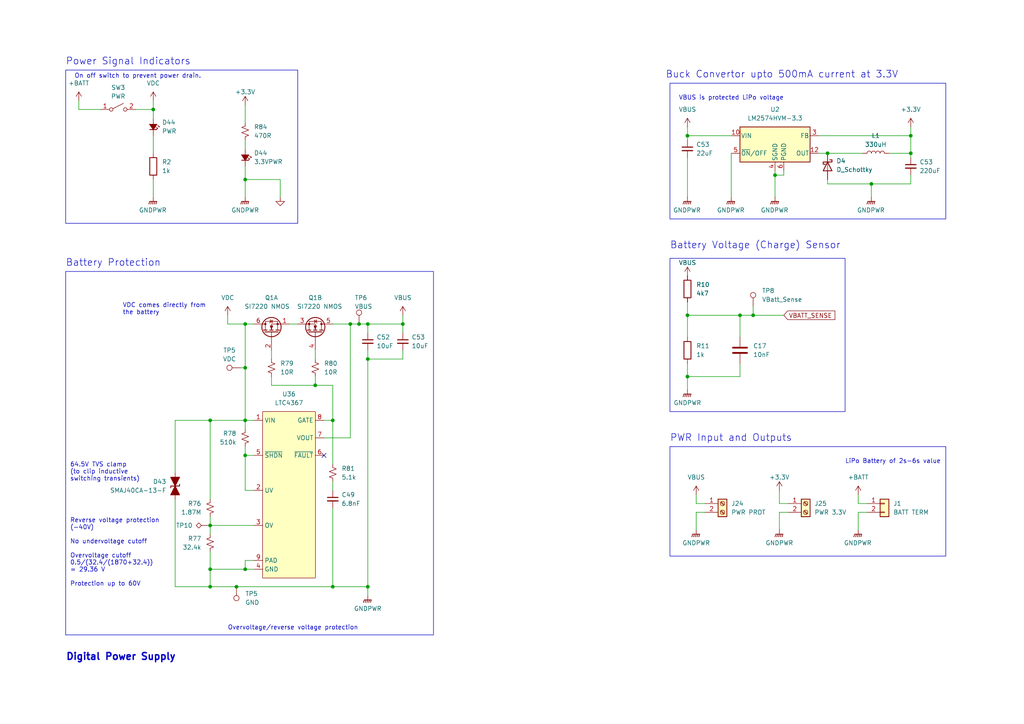
<source format=kicad_sch>
(kicad_sch (version 20230121) (generator eeschema)
  (paper "A4")
  (lib_symbols
    (symbol "Connector:Screw_Terminal_01x02" (pin_names (offset 1.016) hide)
      (property "Reference" "J" (at 0 2.54 0))
      (property "Value" "Screw_Terminal_01x02" (at 0 -5.08 0))
      (symbol "Screw_Terminal_01x02_1_1"
        (rectangle (start -1.27 1.27) (end 1.27 -3.81) (stroke (width 0.254)) (fill (type background)))
        (circle (center 0 -2.54) (radius 0.635) (stroke (width 0.1524)))
        (polyline (pts (xy -0.5334 -2.2098) (xy 0.3302 -3.048)) (stroke (width 0.1524)))
        (polyline (pts (xy -0.5334 0.3302) (xy 0.3302 -0.508)) (stroke (width 0.1524)))
        (polyline (pts (xy -0.3556 -2.032) (xy 0.508 -2.8702)) (stroke (width 0.1524)))
        (polyline (pts (xy -0.3556 0.508) (xy 0.508 -0.3302)) (stroke (width 0.1524)))
        (circle (center 0 0) (radius 0.635) (stroke (width 0.1524)))
        (pin passive line (at -5.08 0 0) (length 3.81) (name "Pin_1") (number "1"))
        (pin passive line (at -5.08 -2.54 0) (length 3.81) (name "Pin_2") (number "2"))
      )
    )
    (symbol "Connector:TestPoint" (pin_numbers hide) (pin_names (offset 0.762) hide)
      (property "Reference" "TP" (at 0 6.858 0))
      (property "Value" "TestPoint" (at 0 5.08 0))
      (symbol "TestPoint_0_1"
        (circle (center 0 3.302) (radius 0.762))
      )
      (symbol "TestPoint_1_1"
        (pin passive line (at 0 0 90) (length 2.54) (name "1") (number "1"))
      )
    )
    (symbol "Connector:TestPoint_Alt" (pin_numbers hide) (pin_names (offset 0.762) hide)
      (property "Reference" "TP" (at 0 6.858 0))
      (property "Value" "TestPoint_Alt" (at 0 5.08 0))
      (symbol "TestPoint_Alt_0_1"
        (polyline (pts (xy 0 2.54) (xy -0.762 3.302) (xy 0 4.064) (xy 0.762 3.302) (xy 0 2.54)))
      )
      (symbol "TestPoint_Alt_1_1"
        (pin passive line (at 0 0 90) (length 2.54) (name "1") (number "1"))
      )
    )
    (symbol "Connector_Generic:Conn_01x02" (pin_names (offset 1.016) hide)
      (property "Reference" "J" (at 0 2.54 0))
      (property "Value" "Conn_01x02" (at 0 -5.08 0))
      (symbol "Conn_01x02_1_1"
        (rectangle (start -1.27 -2.413) (end 0 -2.667) (stroke (width 0.1524)))
        (rectangle (start -1.27 0.127) (end 0 -0.127) (stroke (width 0.1524)))
        (rectangle (start -1.27 1.27) (end 1.27 -3.81) (stroke (width 0.254)) (fill (type background)))
        (pin passive line (at -5.08 0 0) (length 3.81) (name "Pin_1") (number "1"))
        (pin passive line (at -5.08 -2.54 0) (length 3.81) (name "Pin_2") (number "2"))
      )
    )
    (symbol "Device:C" (pin_numbers hide) (pin_names (offset 0.254))
      (property "Reference" "C" (at 0.635 2.54 0))
      (property "Value" "C" (at 0.635 -2.54 0))
      (symbol "C_0_1"
        (polyline (pts (xy -2.032 -0.762) (xy 2.032 -0.762)) (stroke (width 0.508)))
        (polyline (pts (xy -2.032 0.762) (xy 2.032 0.762)) (stroke (width 0.508)))
      )
      (symbol "C_1_1"
        (pin passive line (at 0 3.81 270) (length 2.794) (name "~") (number "1"))
        (pin passive line (at 0 -3.81 90) (length 2.794) (name "~") (number "2"))
      )
    )
    (symbol "Device:C_Small" (pin_numbers hide) (pin_names (offset 0.254) hide)
      (property "Reference" "C" (at 0.254 1.778 0))
      (property "Value" "C_Small" (at 0.254 -2.032 0))
      (symbol "C_Small_0_1"
        (polyline (pts (xy -1.524 -0.508) (xy 1.524 -0.508)) (stroke (width 0.3302)))
        (polyline (pts (xy -1.524 0.508) (xy 1.524 0.508)) (stroke (width 0.3048)))
      )
      (symbol "C_Small_1_1"
        (pin passive line (at 0 2.54 270) (length 2.032) (name "~") (number "1"))
        (pin passive line (at 0 -2.54 90) (length 2.032) (name "~") (number "2"))
      )
    )
    (symbol "Device:D_Schottky" (pin_numbers hide) (pin_names (offset 1.016) hide)
      (property "Reference" "D" (at 0 2.54 0))
      (property "Value" "D_Schottky" (at 0 -2.54 0))
      (symbol "D_Schottky_0_1"
        (polyline (pts (xy 1.27 0) (xy -1.27 0)))
        (polyline (pts (xy 1.27 1.27) (xy 1.27 -1.27) (xy -1.27 0) (xy 1.27 1.27)) (stroke (width 0.254)))
        (polyline (pts (xy -1.905 0.635) (xy -1.905 1.27) (xy -1.27 1.27) (xy -1.27 -1.27) (xy -0.635 -1.27) (xy -0.635 -0.635)) (stroke (width 0.254)))
      )
      (symbol "D_Schottky_1_1"
        (pin passive line (at -3.81 0 0) (length 2.54) (name "K") (number "1"))
        (pin passive line (at 3.81 0 180) (length 2.54) (name "A") (number "2"))
      )
    )
    (symbol "Device:D_TVS_Filled" (pin_numbers hide) (pin_names (offset 1.016) hide)
      (property "Reference" "D" (at 0 2.54 0))
      (property "Value" "D_TVS_Filled" (at 0 -2.54 0))
      (symbol "D_TVS_Filled_0_1"
        (polyline (pts (xy 1.27 0) (xy -1.27 0)))
        (polyline (pts (xy -2.54 -1.27) (xy 0 0) (xy -2.54 1.27) (xy -2.54 -1.27)) (stroke (width 0.254)) (fill (type outline)))
        (polyline (pts (xy 0.508 1.27) (xy 0 1.27) (xy 0 -1.27) (xy -0.508 -1.27)) (stroke (width 0.254)))
        (polyline (pts (xy 2.54 1.27) (xy 2.54 -1.27) (xy 0 0) (xy 2.54 1.27)) (stroke (width 0.254)) (fill (type outline)))
      )
      (symbol "D_TVS_Filled_1_1"
        (pin passive line (at -3.81 0 0) (length 2.54) (name "A1") (number "1"))
        (pin passive line (at 3.81 0 180) (length 2.54) (name "A2") (number "2"))
      )
    )
    (symbol "Device:L" (pin_numbers hide) (pin_names (offset 1.016) hide)
      (property "Reference" "L" (at -1.27 0 90))
      (property "Value" "L" (at 1.905 0 90))
      (symbol "L_0_1"
        (arc (start 0 -2.54) (mid 0.6323 -1.905) (end 0 -1.27))
        (arc (start 0 -1.27) (mid 0.6323 -0.635) (end 0 0))
        (arc (start 0 0) (mid 0.6323 0.635) (end 0 1.27))
        (arc (start 0 1.27) (mid 0.6323 1.905) (end 0 2.54))
      )
      (symbol "L_1_1"
        (pin passive line (at 0 3.81 270) (length 1.27) (name "1") (number "1"))
        (pin passive line (at 0 -3.81 90) (length 1.27) (name "2") (number "2"))
      )
    )
    (symbol "Device:LED_Small_Filled" (pin_numbers hide) (pin_names (offset 0.254) hide)
      (property "Reference" "D" (at -1.27 3.175 0))
      (property "Value" "LED_Small_Filled" (at -4.445 -2.54 0))
      (symbol "LED_Small_Filled_0_1"
        (polyline (pts (xy -0.762 -1.016) (xy -0.762 1.016)) (stroke (width 0.254)))
        (polyline (pts (xy 1.016 0) (xy -0.762 0)))
        (polyline (pts (xy 0.762 -1.016) (xy -0.762 0) (xy 0.762 1.016) (xy 0.762 -1.016)) (stroke (width 0.254)) (fill (type outline)))
        (polyline (pts (xy 0 0.762) (xy -0.508 1.27) (xy -0.254 1.27) (xy -0.508 1.27) (xy -0.508 1.016)))
        (polyline (pts (xy 0.508 1.27) (xy 0 1.778) (xy 0.254 1.778) (xy 0 1.778) (xy 0 1.524)))
      )
      (symbol "LED_Small_Filled_1_1"
        (pin passive line (at -2.54 0 0) (length 1.778) (name "K") (number "1"))
        (pin passive line (at 2.54 0 180) (length 1.778) (name "A") (number "2"))
      )
    )
    (symbol "Device:Q_Dual_NMOS_S1G1S2G2D2D2D1D1" (pin_names (offset 0) hide)
      (property "Reference" "Q1" (at 0 10.16 90))
      (property "Value" "SI7220 NMOS" (at 1.27 7.62 90))
      (symbol "Q_Dual_NMOS_S1G1S2G2D2D2D1D1_0_1"
        (polyline (pts (xy 0.254 0) (xy -2.54 0)))
        (polyline (pts (xy 0.254 1.905) (xy 0.254 -1.905)) (stroke (width 0.254)))
        (polyline (pts (xy 0.762 -1.27) (xy 0.762 -2.286)) (stroke (width 0.254)))
        (polyline (pts (xy 0.762 0.508) (xy 0.762 -0.508)) (stroke (width 0.254)))
        (polyline (pts (xy 0.762 2.286) (xy 0.762 1.27)) (stroke (width 0.254)))
        (polyline (pts (xy 2.54 2.54) (xy 2.54 1.778)))
        (polyline (pts (xy 2.54 -2.54) (xy 2.54 0) (xy 0.762 0)))
        (polyline (pts (xy 0.762 -1.778) (xy 3.302 -1.778) (xy 3.302 1.778) (xy 0.762 1.778)))
        (polyline (pts (xy 1.016 0) (xy 2.032 0.381) (xy 2.032 -0.381) (xy 1.016 0)) (fill (type outline)))
        (polyline (pts (xy 2.794 0.508) (xy 2.921 0.381) (xy 3.683 0.381) (xy 3.81 0.254)))
        (polyline (pts (xy 3.302 0.381) (xy 2.921 -0.254) (xy 3.683 -0.254) (xy 3.302 0.381)))
        (circle (center 1.651 0) (radius 2.794) (stroke (width 0.254)))
        (circle (center 2.54 -1.778) (radius 0.254) (fill (type outline)))
        (circle (center 2.54 1.778) (radius 0.254) (fill (type outline)))
      )
      (symbol "Q_Dual_NMOS_S1G1S2G2D2D2D1D1_1_1"
        (pin passive line (at 2.54 -5.08 90) (length 2.54) (name "S") (number "1"))
        (pin input line (at -5.08 0 0) (length 2.54) (name "G") (number "2"))
        (pin passive line (at 2.54 5.08 270) (length 2.54) (name "D") (number "7"))
      )
      (symbol "Q_Dual_NMOS_S1G1S2G2D2D2D1D1_2_1"
        (pin passive line (at 2.54 -5.08 90) (length 2.54) (name "S") (number "3"))
        (pin input line (at -5.08 0 0) (length 2.54) (name "G") (number "4"))
        (pin passive line (at 2.54 5.08 270) (length 2.54) (name "D") (number "5"))
      )
    )
    (symbol "Device:R" (pin_numbers hide) (pin_names (offset 0))
      (property "Reference" "R" (at 2.032 0 90))
      (property "Value" "R" (at 0 0 90))
      (symbol "R_0_1"
        (rectangle (start -1.016 -2.54) (end 1.016 2.54) (stroke (width 0.254)))
      )
      (symbol "R_1_1"
        (pin passive line (at 0 3.81 270) (length 1.27) (name "~") (number "1"))
        (pin passive line (at 0 -3.81 90) (length 1.27) (name "~") (number "2"))
      )
    )
    (symbol "Device:R_Small_US" (pin_numbers hide) (pin_names (offset 0.254) hide)
      (property "Reference" "R" (at 0.762 0.508 0))
      (property "Value" "R_Small_US" (at 0.762 -1.016 0))
      (symbol "R_Small_US_1_1"
        (polyline (pts (xy 0 0) (xy 1.016 -0.381) (xy 0 -0.762) (xy -1.016 -1.143) (xy 0 -1.524)))
        (polyline (pts (xy 0 1.524) (xy 1.016 1.143) (xy 0 0.762) (xy -1.016 0.381) (xy 0 0)))
        (pin passive line (at 0 2.54 270) (length 1.016) (name "~") (number "1"))
        (pin passive line (at 0 -2.54 90) (length 1.016) (name "~") (number "2"))
      )
    )
    (symbol "Q_Dual_NMOS_S1G1S2G2D2D2D1D1_1" (pin_names (offset 0) hide)
      (property "Reference" "Q1" (at 0 10.16 90))
      (property "Value" "Q_Dual_NMOS_S1G1S2G2D2D2D1D1_1" (at -1.27 7.62 90))
      (symbol "Q_Dual_NMOS_S1G1S2G2D2D2D1D1_1_0_1"
        (polyline (pts (xy 0.254 0) (xy -2.54 0)))
        (polyline (pts (xy 0.254 1.905) (xy 0.254 -1.905)) (stroke (width 0.254)))
        (polyline (pts (xy 0.762 -1.27) (xy 0.762 -2.286)) (stroke (width 0.254)))
        (polyline (pts (xy 0.762 0.508) (xy 0.762 -0.508)) (stroke (width 0.254)))
        (polyline (pts (xy 0.762 2.286) (xy 0.762 1.27)) (stroke (width 0.254)))
        (polyline (pts (xy 2.54 2.54) (xy 2.54 1.778)))
        (polyline (pts (xy 2.54 -2.54) (xy 2.54 0) (xy 0.762 0)))
        (polyline (pts (xy 0.762 -1.778) (xy 3.302 -1.778) (xy 3.302 1.778) (xy 0.762 1.778)))
        (polyline (pts (xy 1.016 0) (xy 2.032 0.381) (xy 2.032 -0.381) (xy 1.016 0)) (fill (type outline)))
        (polyline (pts (xy 2.794 0.508) (xy 2.921 0.381) (xy 3.683 0.381) (xy 3.81 0.254)))
        (polyline (pts (xy 3.302 0.381) (xy 2.921 -0.254) (xy 3.683 -0.254) (xy 3.302 0.381)))
        (circle (center 1.651 0) (radius 2.794) (stroke (width 0.254)))
        (circle (center 2.54 -1.778) (radius 0.254) (fill (type outline)))
        (circle (center 2.54 1.778) (radius 0.254) (fill (type outline)))
      )
      (symbol "Q_Dual_NMOS_S1G1S2G2D2D2D1D1_1_1_1"
        (pin passive line (at 2.54 -5.08 90) (length 2.54) (name "S") (number "1"))
        (pin input line (at -5.08 0 0) (length 2.54) (name "G") (number "2"))
        (pin passive line (at 2.54 5.08 270) (length 2.54) (name "D") (number "6"))
      )
      (symbol "Q_Dual_NMOS_S1G1S2G2D2D2D1D1_1_2_1"
        (pin passive line (at 2.54 -5.08 90) (length 2.54) (name "S") (number "3"))
        (pin input line (at -5.08 0 0) (length 2.54) (name "G") (number "4"))
        (pin passive line (at 2.54 5.08 270) (length 2.54) (name "D") (number "5"))
      )
    )
    (symbol "Regulator_Switching:LM2574HVM-3.3" (pin_names (offset 0.254))
      (property "Reference" "U" (at -10.16 6.35 0))
      (property "Value" "LM2574HVM-3.3" (at -5.08 6.35 0))
      (symbol "LM2574HVM-3.3_0_1"
        (rectangle (start -10.16 5.08) (end 10.16 -5.08) (stroke (width 0.254)) (fill (type background)))
      )
      (symbol "LM2574HVM-3.3_1_1"
        (pin power_in line (at -12.7 2.54 0) (length 2.54) (name "VIN") (number "10"))
        (pin output line (at 12.7 -2.54 180) (length 2.54) (name "OUT") (number "12"))
        (pin input line (at 12.7 2.54 180) (length 2.54) (name "FB") (number "3"))
        (pin power_in line (at 0 -7.62 90) (length 2.54) (name "SGND") (number "4"))
        (pin input line (at -12.7 -2.54 0) (length 2.54) (name "~{ON}/OFF") (number "5"))
        (pin power_in line (at 2.54 -7.62 90) (length 2.54) (name "PGND") (number "6"))
      )
    )
    (symbol "Switch:SW_SPST" (pin_names (offset 0) hide)
      (property "Reference" "SW" (at 0 3.175 0))
      (property "Value" "SW_SPST" (at 0 -2.54 0))
      (symbol "SW_SPST_0_0"
        (circle (center -2.032 0) (radius 0.508))
        (polyline (pts (xy -1.524 0.254) (xy 1.524 1.778)))
        (circle (center 2.032 0) (radius 0.508))
      )
      (symbol "SW_SPST_1_1"
        (pin passive line (at -5.08 0 0) (length 2.54) (name "A") (number "1"))
        (pin passive line (at 5.08 0 180) (length 2.54) (name "B") (number "2"))
      )
    )
    (symbol "interface:LTC4367"
      (property "Reference" "U" (at 0 3.81 0))
      (property "Value" "LTC4367" (at 0 1.27 0))
      (symbol "LTC4367_0_0"
        (pin power_in line (at -10.16 -2.54 0) (length 2.54) (name "VIN") (number "1"))
        (pin input line (at -10.16 -22.86 0) (length 2.54) (name "UV") (number "2"))
        (pin input line (at -10.16 -33.02 0) (length 2.54) (name "OV") (number "3"))
        (pin power_in line (at -10.16 -45.72 0) (length 2.54) (name "GND") (number "4"))
        (pin input line (at -10.16 -12.7 0) (length 2.54) (name "~{SHDN}") (number "5"))
        (pin output line (at 10.16 -12.7 180) (length 2.54) (name "~{FAULT}") (number "6"))
        (pin input line (at 10.16 -7.62 180) (length 2.54) (name "VOUT") (number "7"))
        (pin output line (at 10.16 -2.54 180) (length 2.54) (name "GATE") (number "8"))
        (pin passive line (at -10.16 -43.18 0) (length 2.54) (name "PAD") (number "9"))
      )
      (symbol "LTC4367_0_1"
        (rectangle (start -7.62 0) (end 7.62 -48.26) (fill (type background)))
      )
    )
    (symbol "power:+3.3V" (power) (pin_names (offset 0))
      (property "Value" "+3.3V" (at 0 3.556 0))
      (symbol "+3.3V_0_1"
        (polyline (pts (xy -0.762 1.27) (xy 0 2.54)))
        (polyline (pts (xy 0 0) (xy 0 2.54)))
        (polyline (pts (xy 0 2.54) (xy 0.762 1.27)))
      )
      (symbol "+3.3V_1_1"
        (pin power_in line (at 0 0 90) (length 0) hide (name "+3.3V") (number "1"))
      )
    )
    (symbol "power:+BATT" (power) (pin_names (offset 0))
      (property "Value" "+BATT" (at 0 3.556 0))
      (symbol "+BATT_0_1"
        (polyline (pts (xy -0.762 1.27) (xy 0 2.54)))
        (polyline (pts (xy 0 0) (xy 0 2.54)))
        (polyline (pts (xy 0 2.54) (xy 0.762 1.27)))
      )
      (symbol "+BATT_1_1"
        (pin power_in line (at 0 0 90) (length 0) hide (name "+BATT") (number "1"))
      )
    )
    (symbol "power:GND" (power) (pin_names (offset 0))
      (property "Value" "GND" (at 0 -3.81 0))
      (symbol "GND_0_1"
        (polyline (pts (xy 0 0) (xy 0 -1.27) (xy 1.27 -1.27) (xy 0 -2.54) (xy -1.27 -1.27) (xy 0 -1.27)))
      )
      (symbol "GND_1_1"
        (pin power_in line (at 0 0 270) (length 0) hide (name "GND") (number "1"))
      )
    )
    (symbol "power:GNDPWR" (power) (pin_names (offset 0))
      (property "Value" "GNDPWR" (at 0 -3.302 0))
      (symbol "GNDPWR_0_1"
        (polyline (pts (xy 0 -1.27) (xy 0 0)))
        (polyline (pts (xy -1.016 -1.27) (xy -1.27 -2.032) (xy -1.27 -2.032)) (stroke (width 0.2032)))
        (polyline (pts (xy -0.508 -1.27) (xy -0.762 -2.032) (xy -0.762 -2.032)) (stroke (width 0.2032)))
        (polyline (pts (xy 0 -1.27) (xy -0.254 -2.032) (xy -0.254 -2.032)) (stroke (width 0.2032)))
        (polyline (pts (xy 0.508 -1.27) (xy 0.254 -2.032) (xy 0.254 -2.032)) (stroke (width 0.2032)))
        (polyline (pts (xy 1.016 -1.27) (xy -1.016 -1.27) (xy -1.016 -1.27)) (stroke (width 0.2032)))
        (polyline (pts (xy 1.016 -1.27) (xy 0.762 -2.032) (xy 0.762 -2.032) (xy 0.762 -2.032)) (stroke (width 0.2032)))
      )
      (symbol "GNDPWR_1_1"
        (pin power_in line (at 0 0 270) (length 0) hide (name "GNDPWR") (number "1"))
      )
    )
    (symbol "power:VBUS" (power) (pin_names (offset 0))
      (property "Value" "VBUS" (at 0 3.81 0))
      (symbol "VBUS_0_1"
        (polyline (pts (xy -0.762 1.27) (xy 0 2.54)))
        (polyline (pts (xy 0 0) (xy 0 2.54)))
        (polyline (pts (xy 0 2.54) (xy 0.762 1.27)))
      )
      (symbol "VBUS_1_1"
        (pin power_in line (at 0 0 90) (length 0) hide (name "VBUS") (number "1"))
      )
    )
    (symbol "power:VDC" (power) (pin_names (offset 0))
      (property "Value" "VDC" (at 0 6.35 0))
      (symbol "VDC_0_1"
        (polyline (pts (xy -0.762 1.27) (xy 0 2.54)))
        (polyline (pts (xy 0 0) (xy 0 2.54)))
        (polyline (pts (xy 0 2.54) (xy 0.762 1.27)))
      )
      (symbol "VDC_1_1"
        (pin power_in line (at 0 0 90) (length 0) hide (name "VDC") (number "1"))
      )
    )
  )
  (junction (at 96.52 170.18))
  (junction (at 104.14 93.98))
  (junction (at 91.44 111.76))
  (junction (at 71.12 121.92))
  (junction (at 71.12 132.08))
  (junction (at 101.6 93.98))
  (junction (at 60.96 152.4))
  (junction (at 60.96 121.92))
  (junction (at 106.68 93.98))
  (junction (at 68.58 170.18))
  (junction (at 218.44 91.44))
  (junction (at 264.16 44.45))
  (junction (at 71.12 165.1))
  (junction (at 60.96 170.18))
  (junction (at 224.79 50.8))
  (junction (at 71.12 93.98))
  (junction (at 240.03 44.45))
  (junction (at 71.12 52.07))
  (junction (at 252.73 53.34))
  (junction (at 199.39 39.37))
  (junction (at 96.52 121.92))
  (junction (at 44.45 31.75))
  (junction (at 106.68 170.18))
  (junction (at 71.12 106.68))
  (junction (at 60.96 165.1))
  (junction (at 199.39 91.44))
  (junction (at 199.39 109.22))
  (junction (at 116.84 93.98))
  (junction (at 264.16 39.37))
  (junction (at 106.68 104.14))
  (junction (at 214.63 91.44))
  (no_connect (at 93.98 132.08))
  (wire (pts (xy 226.06 148.59) (xy 228.6 148.59)))
  (wire (pts (xy 218.44 91.44) (xy 227.33 91.44)))
  (wire (pts (xy 264.16 39.37) (xy 264.16 44.45)))
  (wire (pts (xy 71.12 121.92) (xy 73.66 121.92)))
  (wire (pts (xy 252.73 53.34) (xy 240.03 53.34)))
  (wire (pts (xy 227.33 49.53) (xy 227.33 50.8)))
  (wire (pts (xy 240.03 44.45) (xy 250.19 44.45)))
  (wire (pts (xy 71.12 132.08) (xy 71.12 142.24)))
  (wire (pts (xy 116.84 93.98) (xy 116.84 96.52)))
  (wire (pts (xy 214.63 109.22) (xy 199.39 109.22)))
  (wire (pts (xy 50.8 170.18) (xy 60.96 170.18)))
  (wire (pts (xy 60.96 165.1) (xy 60.96 170.18)))
  (wire (pts (xy 106.68 104.14) (xy 106.68 170.18)))
  (wire (pts (xy 199.39 39.37) (xy 199.39 40.64)))
  (wire (pts (xy 248.92 153.67) (xy 248.92 148.59)))
  (wire (pts (xy 237.49 44.45) (xy 240.03 44.45)))
  (wire (pts (xy 60.96 152.4) (xy 73.66 152.4)))
  (wire (pts (xy 78.74 111.76) (xy 91.44 111.76)))
  (wire (pts (xy 60.96 144.78) (xy 60.96 121.92)))
  (wire (pts (xy 264.16 36.83) (xy 264.16 39.37)))
  (wire (pts (xy 93.98 127) (xy 101.6 127)))
  (wire (pts (xy 116.84 91.44) (xy 116.84 93.98)))
  (wire (pts (xy 252.73 53.34) (xy 252.73 57.15)))
  (wire (pts (xy 199.39 36.83) (xy 199.39 39.37)))
  (wire (pts (xy 116.84 101.6) (xy 116.84 104.14)))
  (wire (pts (xy 199.39 109.22) (xy 199.39 105.41)))
  (wire (pts (xy 71.12 129.54) (xy 71.12 132.08)))
  (wire (pts (xy 199.39 113.03) (xy 199.39 109.22)))
  (wire (pts (xy 44.45 39.37) (xy 44.45 44.45)))
  (wire (pts (xy 264.16 53.34) (xy 252.73 53.34)))
  (wire (pts (xy 91.44 109.22) (xy 91.44 111.76)))
  (wire (pts (xy 91.44 101.6) (xy 91.44 104.14)))
  (wire (pts (xy 204.47 146.05) (xy 201.93 146.05)))
  (wire (pts (xy 101.6 93.98) (xy 104.14 93.98)))
  (wire (pts (xy 44.45 29.21) (xy 44.45 31.75)))
  (wire (pts (xy 248.92 146.05) (xy 251.46 146.05)))
  (wire (pts (xy 214.63 105.41) (xy 214.63 109.22)))
  (wire (pts (xy 71.12 106.68) (xy 71.12 121.92)))
  (wire (pts (xy 116.84 104.14) (xy 106.68 104.14)))
  (wire (pts (xy 96.52 121.92) (xy 96.52 134.62)))
  (wire (pts (xy 60.96 149.86) (xy 60.96 152.4)))
  (wire (pts (xy 226.06 148.59) (xy 226.06 153.67)))
  (wire (pts (xy 71.12 30.48) (xy 71.12 35.56)))
  (wire (pts (xy 257.81 44.45) (xy 264.16 44.45)))
  (wire (pts (xy 96.52 121.92) (xy 96.52 111.76)))
  (wire (pts (xy 60.96 160.02) (xy 60.96 165.1)))
  (wire (pts (xy 71.12 162.56) (xy 71.12 165.1)))
  (wire (pts (xy 73.66 162.56) (xy 71.12 162.56)))
  (wire (pts (xy 96.52 93.98) (xy 101.6 93.98)))
  (wire (pts (xy 212.09 44.45) (xy 212.09 57.15)))
  (wire (pts (xy 226.06 142.24) (xy 226.06 146.05)))
  (wire (pts (xy 96.52 142.24) (xy 96.52 139.7)))
  (wire (pts (xy 248.92 143.51) (xy 248.92 146.05)))
  (wire (pts (xy 69.85 106.68) (xy 71.12 106.68)))
  (wire (pts (xy 264.16 44.45) (xy 264.16 45.72)))
  (wire (pts (xy 199.39 91.44) (xy 214.63 91.44)))
  (wire (pts (xy 71.12 132.08) (xy 73.66 132.08)))
  (wire (pts (xy 86.36 93.98) (xy 83.82 93.98)))
  (wire (pts (xy 66.04 91.44) (xy 66.04 93.98)))
  (wire (pts (xy 91.44 111.76) (xy 96.52 111.76)))
  (wire (pts (xy 68.58 170.18) (xy 96.52 170.18)))
  (wire (pts (xy 78.74 109.22) (xy 78.74 111.76)))
  (wire (pts (xy 237.49 39.37) (xy 264.16 39.37)))
  (wire (pts (xy 101.6 93.98) (xy 101.6 127)))
  (wire (pts (xy 22.86 31.75) (xy 29.21 31.75)))
  (wire (pts (xy 116.84 93.98) (xy 106.68 93.98)))
  (wire (pts (xy 106.68 170.18) (xy 96.52 170.18)))
  (wire (pts (xy 73.66 93.98) (xy 71.12 93.98)))
  (wire (pts (xy 224.79 49.53) (xy 224.79 50.8)))
  (wire (pts (xy 60.96 165.1) (xy 71.12 165.1)))
  (wire (pts (xy 50.8 121.92) (xy 50.8 137.16)))
  (wire (pts (xy 201.93 146.05) (xy 201.93 143.51)))
  (wire (pts (xy 44.45 52.07) (xy 44.45 57.15)))
  (wire (pts (xy 214.63 91.44) (xy 218.44 91.44)))
  (wire (pts (xy 81.28 52.07) (xy 81.28 57.15)))
  (wire (pts (xy 71.12 52.07) (xy 81.28 52.07)))
  (wire (pts (xy 199.39 91.44) (xy 199.39 97.79)))
  (wire (pts (xy 44.45 31.75) (xy 39.37 31.75)))
  (wire (pts (xy 106.68 170.18) (xy 106.68 172.72)))
  (wire (pts (xy 199.39 45.72) (xy 199.39 57.15)))
  (wire (pts (xy 50.8 144.78) (xy 50.8 170.18)))
  (wire (pts (xy 93.98 121.92) (xy 96.52 121.92)))
  (wire (pts (xy 44.45 31.75) (xy 44.45 34.29)))
  (wire (pts (xy 71.12 93.98) (xy 71.12 106.68)))
  (wire (pts (xy 240.03 53.34) (xy 240.03 52.07)))
  (wire (pts (xy 96.52 147.32) (xy 96.52 170.18)))
  (wire (pts (xy 214.63 91.44) (xy 214.63 97.79)))
  (wire (pts (xy 78.74 101.6) (xy 78.74 104.14)))
  (wire (pts (xy 60.96 170.18) (xy 68.58 170.18)))
  (wire (pts (xy 60.96 121.92) (xy 71.12 121.92)))
  (wire (pts (xy 199.39 87.63) (xy 199.39 91.44)))
  (wire (pts (xy 199.39 39.37) (xy 212.09 39.37)))
  (wire (pts (xy 66.04 93.98) (xy 71.12 93.98)))
  (wire (pts (xy 201.93 148.59) (xy 201.93 153.67)))
  (wire (pts (xy 248.92 148.59) (xy 251.46 148.59)))
  (wire (pts (xy 60.96 121.92) (xy 50.8 121.92)))
  (wire (pts (xy 106.68 104.14) (xy 106.68 101.6)))
  (wire (pts (xy 228.6 146.05) (xy 226.06 146.05)))
  (wire (pts (xy 71.12 57.15) (xy 71.12 52.07)))
  (wire (pts (xy 106.68 93.98) (xy 106.68 96.52)))
  (wire (pts (xy 60.96 152.4) (xy 60.96 154.94)))
  (wire (pts (xy 22.86 29.21) (xy 22.86 31.75)))
  (wire (pts (xy 264.16 50.8) (xy 264.16 53.34)))
  (wire (pts (xy 204.47 148.59) (xy 201.93 148.59)))
  (wire (pts (xy 71.12 142.24) (xy 73.66 142.24)))
  (wire (pts (xy 224.79 50.8) (xy 224.79 57.15)))
  (wire (pts (xy 71.12 52.07) (xy 71.12 48.26)))
  (wire (pts (xy 227.33 50.8) (xy 224.79 50.8)))
  (wire (pts (xy 104.14 93.98) (xy 106.68 93.98)))
  (wire (pts (xy 218.44 88.9) (xy 218.44 91.44)))
  (wire (pts (xy 71.12 40.64) (xy 71.12 43.18)))
  (wire (pts (xy 71.12 165.1) (xy 73.66 165.1)))
  (wire (pts (xy 71.12 124.46) (xy 71.12 121.92)))
  (rectangle (start 194.31 129.54) (end 274.32 161.29))
  (rectangle (start 194.31 74.93) (end 245.11 119.38))
  (rectangle (start 19.05 78.74) (end 125.73 184.15))
  (rectangle (start 194.31 24.13) (end 274.32 63.5))
  (rectangle (start 19.05 20.32) (end 86.36 64.77))
  (text "VBUS is protected LiPo voltage\n" (at 196.85 29.21 0) (effects (font (size 1.27 1.27)) (justify left bottom)))
  (text "On off switch to prevent power drain." (at 21.59 22.86 0) (effects (font (size 1.27 1.27)) (justify left bottom)))
  (text "VDC comes directly from\nthe battery " (at 35.56 91.44 0) (effects (font (size 1.27 1.27)) (justify left bottom)))
  (text "Battery Protection\n" (at 19.05 77.47 0) (effects (font (size 2 2)) (justify left bottom)))
  (text "Power Signal Indicators\n" (at 19.05 19.05 0) (effects (font (size 2 2)) (justify left bottom)))
  (text "LiPo Battery of 2s-6s value" (at 245.11 134.62 0) (effects (font (size 1.27 1.27)) (justify left bottom)))
  (text "Overvoltage/reverse voltage protection" (at 66.04 182.88 0) (effects (font (size 1.27 1.27)) (justify left bottom)))
  (text "Buck Convertor upto 500mA current at 3.3V" (at 193.04 22.86 0) (effects (font (size 2 2)) (justify left bottom)))
  (text "PWR Input and Outputs\n" (at 194.31 128.27 0) (effects (font (size 2 2)) (justify left bottom)))
  (text "Battery Voltage (Charge) Sensor" (at 194.31 72.39 0) (effects (font (size 2 2)) (justify left bottom)))
  (text "Reverse voltage protection\n(-40V)\n\nNo undervoltage cutoff\n\nOvervoltage cutoff\n0.5/(32.4/(1870+32.4))\n= 29.36 V\n\nProtection up to 60V" (at 20.32 170.18 0) (effects (font (size 1.27 1.27)) (justify left bottom)))
  (text "64.5V TVS clamp\n(to clip inductive\nswitching transients)" (at 20.32 139.7 0) (effects (font (size 1.27 1.27)) (justify left bottom)))
  (text "Digital Power Supply\n" (at 19.05 191.77 0) (effects (font (size 2 2) (thickness 0.4) bold) (justify left bottom)))
  (global_label "VBATT_SENSE" (shape input) (at 227.33 91.44 0) (property "Intersheetrefs" "${INTERSHEET_REFS}" (effects hide)))
  (symbol (lib_id "power:+3.3V") (at 226.06 142.24 0) (unit 1)
    (property "Reference" "#PWR016" (effects hide))
    (property "Value" "+3.3V" (at 226.06 138.43 0))
    (instances (project "Power" (path "" (reference "#PWR016") (unit 1))) (project "Flight_Board" (path "" (reference "#PWR016") (unit 1))) (project "BLDC_ESC" (path "" (reference "#PWR043") (unit 1))))
  )
  (symbol (lib_id "Regulator_Switching:LM2574HVM-3.3") (at 224.79 41.91 0) (unit 1)
    (property "Reference" "U2" (at 224.79 31.75 0))
    (property "Value" "LM2574HVM-3.3" (at 224.79 34.29 0))
    (property "Footprint" "Package_SO:SOIC-14W_7.5x9mm_P1.27mm" (effects hide))
    (property "Datasheet" "http://www.national.com/ds/LM/LM2574.pdf" (effects hide))
    (instances (project "Flight_Board" (path "" (reference "U2") (unit 1))) (project "BLDC_ESC" (path "" (reference "U6") (unit 1))))
  )
  (symbol (lib_id "power:GNDPWR") (at 71.12 57.15 0) (unit 1)
    (property "Reference" "#PWR0129" (effects hide))
    (property "Value" "GNDPWR" (at 71.12 60.96 0))
    (instances (project "power" (path "" (reference "#PWR0129") (unit 1))) (project "Power" (path "" (reference "#PWR05") (unit 1))) (project "actuation" (path "" (reference "#PWR0129") (unit 1))) (project "Flight_Board" (path "" (reference "#PWR0129") (unit 1))) (project "BLDC_ESC" (path "" (reference "#PWR031") (unit 1))))
  )
  (symbol (lib_id "power:GNDPWR") (at 224.79 57.15 0) (unit 1)
    (property "Reference" "#PWR014" (effects hide))
    (property "Value" "GNDPWR" (at 224.663 60.96 0))
    (instances (project "Power" (path "" (reference "#PWR014") (unit 1))) (project "Flight_Board" (path "" (reference "#PWR021") (unit 1))) (project "BLDC_ESC" (path "" (reference "#PWR042") (unit 1))))
  )
  (symbol (lib_id "Device:R_Small_US") (at 78.74 106.68 0) (unit 1)
    (property "Reference" "R79" (at 81.28 105.41 0) (effects (justify left)))
    (property "Value" "10R" (at 81.28 107.95 0) (effects (justify left)))
    (property "Footprint" "Resistor_SMD:R_0603_1608Metric" (effects hide))
    (property "MPN" "RC0603FR-0710RL" (effects hide))
    (instances (project "power" (path "" (reference "R79") (unit 1))) (project "Power" (path "" (reference "R5") (unit 1))) (project "actuation" (path "" (reference "R79") (unit 1))) (project "Flight_Board" (path "" (reference "R6") (unit 1))) (project "BLDC_ESC" (path "" (reference "R21") (unit 1))))
  )
  (symbol (lib_id "Device:R_Small_US") (at 60.96 157.48 0) (mirror x) (unit 1)
    (property "Reference" "R77" (at 58.42 156.21 0) (effects (justify right)))
    (property "Value" "32.4k" (at 58.42 158.75 0) (effects (justify right)))
    (property "Footprint" "Resistor_SMD:R_0603_1608Metric" (effects hide))
    (property "MPN" "RT0603BRD0732K4L" (effects hide))
    (instances (project "power" (path "" (reference "R77") (unit 1))) (project "Power" (path "" (reference "R3") (unit 1))) (project "actuation" (path "" (reference "R77") (unit 1))) (project "Flight_Board" (path "" (reference "R4") (unit 1))) (project "BLDC_ESC" (path "" (reference "R18") (unit 1))))
  )
  (symbol (lib_id "power:GNDPWR") (at 248.92 153.67 0) (unit 1)
    (property "Reference" "#PWR012" (effects hide))
    (property "Value" "GNDPWR" (at 248.793 157.48 0))
    (instances (project "Power" (path "" (reference "#PWR012") (unit 1))) (project "Flight_Board" (path "" (reference "#PWR012") (unit 1))) (project "BLDC_ESC" (path "" (reference "#PWR046") (unit 1))))
  )
  (symbol (lib_id "Switch:SW_SPST") (at 34.29 31.75 0) (unit 1)
    (property "Reference" "SW3" (at 34.29 25.4 0))
    (property "Value" "PWR" (at 34.29 27.94 0))
    (instances (project "Power" (path "" (reference "SW3") (unit 1))) (project "Flight_Board" (path "" (reference "SW3") (unit 1))) (project "BLDC_ESC" (path "" (reference "SW1") (unit 1))))
  )
  (symbol (lib_id "Connector_Generic:Conn_01x02") (at 256.54 146.05 0) (unit 1)
    (property "Reference" "J1" (at 259.08 146.05 0) (effects (justify left)))
    (property "Value" "BATT TERM" (at 259.08 148.59 0) (effects (justify left)))
    (instances (project "Power" (path "" (reference "J1") (unit 1))) (project "Flight_Board" (path "" (reference "J1") (unit 1))) (project "BLDC_ESC" (path "" (reference "J8") (unit 1))))
  )
  (symbol (lib_id "Device:R_Small_US") (at 71.12 127 0) (mirror x) (unit 1)
    (property "Reference" "R78" (at 68.58 125.73 0) (effects (justify right)))
    (property "Value" "510k" (at 68.58 128.27 0) (effects (justify right)))
    (property "Footprint" "Resistor_SMD:R_0603_1608Metric" (effects hide))
    (property "MPN" "RC0603FR-07510KL" (effects hide))
    (instances (project "power" (path "" (reference "R78") (unit 1))) (project "Power" (path "" (reference "R4") (unit 1))) (project "actuation" (path "" (reference "R78") (unit 1))) (project "Flight_Board" (path "" (reference "R5") (unit 1))) (project "BLDC_ESC" (path "" (reference "R20") (unit 1))))
  )
  (symbol (lib_id "power:GND") (at 81.28 57.15 0) (unit 1)
    (property "Reference" "#PWR018" (effects hide))
    (property "Value" "GND" (effects hide))
    (instances (project "Flight_Board" (path "" (reference "#PWR018") (unit 1))) (project "BLDC_ESC" (path "" (reference "#PWR032") (unit 1))))
  )
  (symbol (lib_id "Connector:TestPoint_Alt") (at 60.96 152.4 90) (unit 1)
    (property "Reference" "TP10" (at 55.88 152.4 90) (effects (justify left)))
    (property "Value" "TestPoint_Alt" (effects hide))
    (property "Footprint" "TestPoint:TestPoint_Pad_D2.0mm" (effects hide))
    (instances (project "power" (path "" (reference "TP10") (unit 1))) (project "Power" (path "" (reference "TP1") (unit 1))) (project "actuation" (path "" (reference "TP10") (unit 1))) (project "Flight_Board" (path "" (reference "TP4") (unit 1))) (project "BLDC_ESC" (path "" (reference "TP1") (unit 1))))
  )
  (symbol (lib_id "Device:R_Small_US") (at 60.96 147.32 0) (mirror x) (unit 1)
    (property "Reference" "R76" (at 58.42 146.05 0) (effects (justify right)))
    (property "Value" "1.87M" (at 58.42 148.59 0) (effects (justify right)))
    (property "Footprint" "Resistor_SMD:R_0603_1608Metric" (effects hide))
    (property "MPN" "RC0603FR-071M87L" (effects hide))
    (instances (project "power" (path "" (reference "R76") (unit 1))) (project "Power" (path "" (reference "R1") (unit 1))) (project "actuation" (path "" (reference "R76") (unit 1))) (project "Flight_Board" (path "" (reference "R3") (unit 1))) (project "BLDC_ESC" (path "" (reference "R17") (unit 1))))
  )
  (symbol (lib_id "Connector:Screw_Terminal_01x02") (at 209.55 146.05 0) (unit 1)
    (property "Reference" "J24" (at 212.09 146.05 0) (effects (justify left)))
    (property "Value" "PWR PROT" (at 212.09 148.59 0) (effects (justify left)))
    (property "Footprint" "Connector_AMASS:AMASS_XT60-M_1x02_P7.20mm_Vertical" (effects hide))
    (property "MPN" "XT60-M" (effects hide))
    (instances (project "power" (path "" (reference "J24") (unit 1))) (project "Power" (path "" (reference "J2") (unit 1))) (project "actuation" (path "" (reference "J24") (unit 1))) (project "Flight_Board" (path "" (reference "J2") (unit 1))) (project "BLDC_ESC" (path "" (reference "J4") (unit 1))))
  )
  (symbol (lib_id "Device:R_Small_US") (at 96.52 137.16 0) (unit 1)
    (property "Reference" "R81" (at 99.06 135.89 0) (effects (justify left)))
    (property "Value" "5.1k" (at 99.06 138.43 0) (effects (justify left)))
    (property "Footprint" "Resistor_SMD:R_0603_1608Metric" (effects hide))
    (property "MPN" "AC0603FR-075K1L" (effects hide))
    (instances (project "power" (path "" (reference "R81") (unit 1))) (project "Power" (path "" (reference "R7") (unit 1))) (project "actuation" (path "" (reference "R81") (unit 1))) (project "Flight_Board" (path "" (reference "R8") (unit 1))) (project "BLDC_ESC" (path "" (reference "R23") (unit 1))))
  )
  (symbol (lib_id "Connector:TestPoint") (at 218.44 88.9 0) (unit 1)
    (property "Reference" "TP8" (at 220.98 84.328 0) (effects (justify left)))
    (property "Value" "VBatt_Sense" (at 220.98 86.868 0) (effects (justify left)))
    (instances (project "Flight_Board" (path "" (reference "TP8") (unit 1))) (project "BLDC_ESC" (path "" (reference "TP4") (unit 1))))
  )
  (symbol (lib_id "power:VBUS") (at 201.93 143.51 0) (unit 1)
    (property "Reference" "#PWR0134" (effects hide))
    (property "Value" "VBUS" (at 201.93 138.43 0))
    (instances (project "power" (path "" (reference "#PWR0134") (unit 1))) (project "Power" (path "" (reference "#PWR06") (unit 1))) (project "actuation" (path "" (reference "#PWR0134") (unit 1))) (project "Flight_Board" (path "" (reference "#PWR0134") (unit 1))) (project "BLDC_ESC" (path "" (reference "#PWR039") (unit 1))))
  )
  (symbol (lib_id "power:GNDPWR") (at 201.93 153.67 0) (unit 1)
    (property "Reference" "#PWR0135" (effects hide))
    (property "Value" "GNDPWR" (at 201.93 157.48 0))
    (instances (project "power" (path "" (reference "#PWR0135") (unit 1))) (project "Power" (path "" (reference "#PWR07") (unit 1))) (project "actuation" (path "" (reference "#PWR0135") (unit 1))) (project "Flight_Board" (path "" (reference "#PWR0135") (unit 1))) (project "BLDC_ESC" (path "" (reference "#PWR040") (unit 1))))
  )
  (symbol (lib_id "Device:R_Small_US") (at 91.44 106.68 0) (unit 1)
    (property "Reference" "R80" (at 93.98 105.41 0) (effects (justify left)))
    (property "Value" "10R" (at 93.98 107.95 0) (effects (justify left)))
    (property "Footprint" "Resistor_SMD:R_0603_1608Metric" (effects hide))
    (property "MPN" "RC0603FR-0710RL" (effects hide))
    (instances (project "power" (path "" (reference "R80") (unit 1))) (project "Power" (path "" (reference "R6") (unit 1))) (project "actuation" (path "" (reference "R80") (unit 1))) (project "Flight_Board" (path "" (reference "R7") (unit 1))) (project "BLDC_ESC" (path "" (reference "R22") (unit 1))))
  )
  (symbol (lib_name "Q_Dual_NMOS_S1G1S2G2D2D2D1D1_1") (lib_id "Device:Q_Dual_NMOS_S1G1S2G2D2D2D1D1") (at 78.74 96.52 90) (unit 1)
    (property "Reference" "Q1" (at 78.74 86.36 90))
    (property "Value" "SI7220 NMOS" (at 77.47 88.9 90))
    (property "Footprint" "Package_SO:Vishay_PowerPAK_1212-8_Dual" (effects hide))
    (property "Datasheet" "https://www.vishay.com/docs/73117/73117.pdf" (effects hide))
    (property "MPN" "SI7220DN-T1-GE3" (effects hide))
    (instances (project "power" (path "" (reference "Q1") (unit 1))) (project "Power" (path "" (reference "Q1") (unit 1))) (project "actuation" (path "" (reference "Q1") (unit 1))) (project "Flight_Board" (path "" (reference "Q1") (unit 1))) (project "BLDC_ESC" (path "" (reference "Q7") (unit 1))))
  )
  (symbol (lib_id "power:VDC") (at 44.45 29.21 0) (unit 1)
    (property "Reference" "#PWR0122" (effects hide))
    (property "Value" "VDC" (at 44.45 24.13 0))
    (instances (project "power" (path "" (reference "#PWR0122") (unit 1))) (project "Power" (path "" (reference "#PWR010") (unit 1))) (project "actuation" (path "" (reference "#PWR0122") (unit 1))) (project "Flight_Board" (path "" (reference "#PWR0122") (unit 1))) (project "BLDC_ESC" (path "" (reference "#PWR027") (unit 1))))
  )
  (symbol (lib_id "Device:LED_Small_Filled") (at 71.12 45.72 270) (mirror x) (unit 1)
    (property "Reference" "D44" (at 73.66 44.3865 90) (effects (justify left)))
    (property "Value" "3.3VPWR" (at 73.66 46.9265 90) (effects (justify left)))
    (property "Footprint" "LED_SMD:LED_0603_1608Metric" (effects hide))
    (property "MPN" "LTST-C191KGKT" (effects hide))
    (instances (project "power" (path "" (reference "D44") (unit 1))) (project "Power" (path "" (reference "D3") (unit 1))) (project "actuation" (path "" (reference "D44") (unit 1))) (project "Flight_Board" (path "" (reference "D2") (unit 1))) (project "BLDC_ESC" (path "" (reference "D3") (unit 1))))
  )
  (symbol (lib_id "power:VBUS") (at 199.39 36.83 0) (unit 1)
    (property "Reference" "#PWR0125" (effects hide))
    (property "Value" "VBUS" (at 199.39 31.75 0))
    (instances (project "power" (path "" (reference "#PWR0125") (unit 1))) (project "Power" (path "" (reference "#PWR03") (unit 1))) (project "actuation" (path "" (reference "#PWR0125") (unit 1))) (project "Flight_Board" (path "" (reference "#PWR015") (unit 1))) (project "BLDC_ESC" (path "" (reference "#PWR035") (unit 1))))
  )
  (symbol (lib_id "power:GNDPWR") (at 199.39 113.03 0) (unit 1)
    (property "Reference" "#PWR0124" (effects hide))
    (property "Value" "GNDPWR" (at 199.39 116.84 0))
    (instances (project "power" (path "" (reference "#PWR0124") (unit 1))) (project "Power" (path "" (reference "#PWR02") (unit 1))) (project "actuation" (path "" (reference "#PWR0124") (unit 1))) (project "Flight_Board" (path "" (reference "#PWR030") (unit 1))) (project "BLDC_ESC" (path "" (reference "#PWR038") (unit 1))))
  )
  (symbol (lib_id "Device:L") (at 254 44.45 90) (unit 1)
    (property "Reference" "L1" (at 254 39.37 90))
    (property "Value" "330uH" (at 254 41.91 90))
    (property "Datasheet" "~ 5vin 3.3vout 52627" (effects hide))
  )
  (symbol (lib_id "Connector:TestPoint") (at 68.58 170.18 180) (unit 1)
    (property "Reference" "TP5" (at 71.12 172.212 0) (effects (justify right)))
    (property "Value" "GND" (at 71.12 174.752 0) (effects (justify right)))
  )
  (symbol (lib_id "Device:C_Small") (at 264.16 48.26 0) (unit 1)
    (property "Reference" "C53" (at 266.7 46.9963 0) (effects (justify left)))
    (property "Value" "220uF" (at 266.7 49.5363 0) (effects (justify left)))
    (property "Footprint" "Capacitor_SMD:C_1206_3216Metric" (effects hide))
    (property "Datasheet" "~ electrolytic 25V" (effects hide))
    (instances (project "power" (path "" (reference "C53") (unit 1))) (project "Power" (path "" (reference "C3") (unit 1))) (project "actuation" (path "" (reference "C53") (unit 1))) (project "Flight_Board" (path "" (reference "C14") (unit 1))) (project "BLDC_ESC" (path "" (reference "C25") (unit 1))))
  )
  (symbol (lib_id "power:GNDPWR") (at 106.68 172.72 0) (unit 1)
    (property "Reference" "#PWR0124" (effects hide))
    (property "Value" "GNDPWR" (at 106.68 176.53 0))
    (instances (project "power" (path "" (reference "#PWR0124") (unit 1))) (project "Power" (path "" (reference "#PWR02") (unit 1))) (project "actuation" (path "" (reference "#PWR0124") (unit 1))) (project "Flight_Board" (path "" (reference "#PWR0124") (unit 1))) (project "BLDC_ESC" (path "" (reference "#PWR033") (unit 1))))
  )
  (symbol (lib_id "power:+3.3V") (at 264.16 36.83 0) (unit 1)
    (property "Reference" "#PWR022" (effects hide))
    (property "Value" "+3.3V" (at 264.16 31.75 0))
    (instances (project "Flight_Board" (path "" (reference "#PWR022") (unit 1))) (project "BLDC_ESC" (path "" (reference "#PWR048") (unit 1))))
  )
  (symbol (lib_id "power:VDC") (at 66.04 91.44 0) (unit 1)
    (property "Reference" "#PWR0122" (effects hide))
    (property "Value" "VDC" (at 66.04 86.36 0))
    (instances (project "power" (path "" (reference "#PWR0122") (unit 1))) (project "Power" (path "" (reference "#PWR01") (unit 1))) (project "actuation" (path "" (reference "#PWR0122") (unit 1))) (project "Flight_Board" (path "" (reference "#PWR0122") (unit 1))) (project "BLDC_ESC" (path "" (reference "#PWR029") (unit 1))))
  )
  (symbol (lib_id "Device:D_TVS_Filled") (at 50.8 140.97 270) (mirror x) (unit 1)
    (property "Reference" "D43" (at 48.26 139.7 90) (effects (justify right)))
    (property "Value" "SMAJ40CA-13-F" (at 48.26 142.24 90) (effects (justify right)))
    (property "Footprint" "Diode_SMD:D_SMA" (effects hide))
    (property "MPN" "SMAJ40CA-13-F" (effects hide))
    (instances (project "power" (path "" (reference "D43") (unit 1))) (project "Power" (path "" (reference "D2") (unit 1))) (project "actuation" (path "" (reference "D43") (unit 1))) (project "Flight_Board" (path "" (reference "D3") (unit 1))) (project "BLDC_ESC" (path "" (reference "D2") (unit 1))))
  )
  (symbol (lib_id "power:GNDPWR") (at 212.09 57.15 0) (unit 1)
    (property "Reference" "#PWR014" (effects hide))
    (property "Value" "GNDPWR" (at 211.963 60.96 0))
    (instances (project "Power" (path "" (reference "#PWR014") (unit 1))) (project "Flight_Board" (path "" (reference "#PWR020") (unit 1))) (project "BLDC_ESC" (path "" (reference "#PWR041") (unit 1))))
  )
  (symbol (lib_id "Device:R") (at 44.45 48.26 0) (unit 1)
    (property "Reference" "R2" (at 46.99 46.99 0) (effects (justify left)))
    (property "Value" "1k" (at 46.99 49.53 0) (effects (justify left)))
    (property "Footprint" "Resistor_SMD:R_0603_1608Metric" (effects hide))
    (instances (project "Power" (path "" (reference "R2") (unit 1))) (project "Flight_Board" (path "" (reference "R2") (unit 1))) (project "BLDC_ESC" (path "" (reference "R16") (unit 1))))
  )
  (symbol (lib_id "Device:R_Small_US") (at 71.12 38.1 0) (mirror y) (unit 1)
    (property "Reference" "R84" (at 73.66 36.83 0) (effects (justify right)))
    (property "Value" "470R" (at 73.66 39.37 0) (effects (justify right)))
    (property "Footprint" "Resistor_SMD:R_0603_1608Metric" (effects hide))
    (property "MPN" "RC0603FR-07470RL" (effects hide))
    (instances (project "power" (path "" (reference "R84") (unit 1))) (project "Power" (path "" (reference "R8") (unit 1))) (project "actuation" (path "" (reference "R84") (unit 1))) (project "Flight_Board" (path "" (reference "R9") (unit 1))) (project "BLDC_ESC" (path "" (reference "R19") (unit 1))))
  )
  (symbol (lib_id "Device:C_Small") (at 96.52 144.78 0) (unit 1)
    (property "Reference" "C49" (at 99.06 143.51 0) (effects (justify left)))
    (property "Value" "6.8nF" (at 99.06 146.05 0) (effects (justify left)))
    (property "Footprint" "Capacitor_SMD:C_0603_1608Metric" (effects hide))
    (property "MPN" "GRM1885C1H682JA01D" (effects hide))
    (instances (project "power" (path "" (reference "C49") (unit 1))) (project "Power" (path "" (reference "C1") (unit 1))) (project "actuation" (path "" (reference "C49") (unit 1))) (project "Flight_Board" (path "" (reference "C10") (unit 1))) (project "BLDC_ESC" (path "" (reference "C20") (unit 1))))
  )
  (symbol (lib_id "power:VBUS") (at 116.84 91.44 0) (unit 1)
    (property "Reference" "#PWR0125" (effects hide))
    (property "Value" "VBUS" (at 116.84 86.36 0))
    (instances (project "power" (path "" (reference "#PWR0125") (unit 1))) (project "Power" (path "" (reference "#PWR03") (unit 1))) (project "actuation" (path "" (reference "#PWR0125") (unit 1))) (project "Flight_Board" (path "" (reference "#PWR0125") (unit 1))) (project "BLDC_ESC" (path "" (reference "#PWR034") (unit 1))))
  )
  (symbol (lib_id "Device:Q_Dual_NMOS_S1G1S2G2D2D2D1D1") (at 91.44 96.52 270) (mirror x) (unit 2)
    (property "Reference" "Q1" (at 91.44 86.36 90))
    (property "Value" "SI7220 NMOS" (at 92.71 88.9 90))
    (property "Footprint" "Package_SO:Vishay_PowerPAK_1212-8_Dual" (effects hide))
    (property "Datasheet" "https://www.vishay.com/docs/73117/73117.pdf" (effects hide))
    (property "MPN" "SI7220DN-T1-GE3" (effects hide))
    (instances (project "power" (path "" (reference "Q1") (unit 2))) (project "Power" (path "" (reference "Q1") (unit 2))) (project "actuation" (path "" (reference "Q1") (unit 2))) (project "Flight_Board" (path "" (reference "Q1") (unit 2))) (project "BLDC_ESC" (path "" (reference "Q7") (unit 2))))
  )
  (symbol (lib_id "power:GNDPWR") (at 252.73 57.15 0) (unit 1)
    (property "Reference" "#PWR014" (effects hide))
    (property "Value" "GNDPWR" (at 252.603 60.96 0))
    (instances (project "Power" (path "" (reference "#PWR014") (unit 1))) (project "Flight_Board" (path "" (reference "#PWR023") (unit 1))) (project "BLDC_ESC" (path "" (reference "#PWR047") (unit 1))))
  )
  (symbol (lib_id "Connector:Screw_Terminal_01x02") (at 233.68 146.05 0) (unit 1)
    (property "Reference" "J25" (at 236.22 146.05 0) (effects (justify left)))
    (property "Value" "PWR 3.3V" (at 236.22 148.59 0) (effects (justify left)))
    (property "Footprint" "Connector_AMASS:AMASS_XT60-M_1x02_P7.20mm_Vertical" (effects hide))
    (property "MPN" "XT60-M" (effects hide))
    (instances (project "power" (path "" (reference "J25") (unit 1))) (project "Power" (path "" (reference "J3") (unit 1))) (project "actuation" (path "" (reference "J25") (unit 1))) (project "Flight_Board" (path "" (reference "J3") (unit 1))) (project "BLDC_ESC" (path "" (reference "J7") (unit 1))))
  )
  (symbol (lib_id "power:GNDPWR") (at 199.39 57.15 0) (unit 1)
    (property "Reference" "#PWR014" (effects hide))
    (property "Value" "GNDPWR" (at 199.263 60.96 0))
    (instances (project "Power" (path "" (reference "#PWR014") (unit 1))) (project "Flight_Board" (path "" (reference "#PWR019") (unit 1))) (project "BLDC_ESC" (path "" (reference "#PWR036") (unit 1))))
  )
  (symbol (lib_id "Device:C_Small") (at 199.39 43.18 0) (unit 1)
    (property "Reference" "C53" (at 201.93 41.9163 0) (effects (justify left)))
    (property "Value" "22uF" (at 201.93 44.4563 0) (effects (justify left)))
    (property "Footprint" "Capacitor_SMD:C_1206_3216Metric" (effects hide))
    (property "Datasheet" "~ Electrolytic 75V" (effects hide))
    (instances (project "power" (path "" (reference "C53") (unit 1))) (project "Power" (path "" (reference "C3") (unit 1))) (project "actuation" (path "" (reference "C53") (unit 1))) (project "Flight_Board" (path "" (reference "C13") (unit 1))) (project "BLDC_ESC" (path "" (reference "C23") (unit 1))))
  )
  (symbol (lib_id "power:GNDPWR") (at 44.45 57.15 0) (unit 1)
    (property "Reference" "#PWR014" (effects hide))
    (property "Value" "GNDPWR" (at 44.323 60.96 0))
    (instances (project "Power" (path "" (reference "#PWR014") (unit 1))) (project "Flight_Board" (path "" (reference "#PWR014") (unit 1))) (project "BLDC_ESC" (path "" (reference "#PWR028") (unit 1))))
  )
  (symbol (lib_id "power:+BATT") (at 22.86 29.21 0) (unit 1)
    (property "Reference" "#PWR013" (effects hide))
    (property "Value" "+BATT" (at 22.86 24.13 0))
    (instances (project "Power" (path "" (reference "#PWR013") (unit 1))) (project "Flight_Board" (path "" (reference "#PWR013") (unit 1))) (project "BLDC_ESC" (path "" (reference "#PWR026") (unit 1))))
  )
  (symbol (lib_id "power:VBUS") (at 199.39 80.01 0) (unit 1)
    (property "Reference" "#PWR0125" (effects hide))
    (property "Value" "VBUS" (at 199.39 76.2 0))
    (instances (project "power" (path "" (reference "#PWR0125") (unit 1))) (project "Power" (path "" (reference "#PWR03") (unit 1))) (project "actuation" (path "" (reference "#PWR0125") (unit 1))) (project "Flight_Board" (path "" (reference "#PWR029") (unit 1))) (project "BLDC_ESC" (path "" (reference "#PWR037") (unit 1))))
  )
  (symbol (lib_id "Device:C_Small") (at 116.84 99.06 0) (unit 1)
    (property "Reference" "C53" (at 119.38 97.7963 0) (effects (justify left)))
    (property "Value" "10uF" (at 119.38 100.3363 0) (effects (justify left)))
    (property "Footprint" "Capacitor_SMD:C_1206_3216Metric" (effects hide))
    (property "MPN" "CL31B106KBHNNNE" (effects hide))
    (instances (project "power" (path "" (reference "C53") (unit 1))) (project "Power" (path "" (reference "C3") (unit 1))) (project "actuation" (path "" (reference "C53") (unit 1))) (project "Flight_Board" (path "" (reference "C12") (unit 1))) (project "BLDC_ESC" (path "" (reference "C22") (unit 1))))
  )
  (symbol (lib_id "Device:R") (at 199.39 101.6 0) (unit 1)
    (property "Reference" "R11" (at 201.93 100.33 0) (effects (justify left)))
    (property "Value" "1k" (at 201.93 102.87 0) (effects (justify left)))
    (instances (project "Flight_Board" (path "" (reference "R11") (unit 1))) (project "BLDC_ESC" (path "" (reference "R25") (unit 1))))
  )
  (symbol (lib_id "power:+BATT") (at 248.92 143.51 0) (unit 1)
    (property "Reference" "#PWR011" (effects hide))
    (property "Value" "+BATT" (at 248.92 138.43 0))
    (instances (project "Power" (path "" (reference "#PWR011") (unit 1))) (project "Flight_Board" (path "" (reference "#PWR011") (unit 1))) (project "BLDC_ESC" (path "" (reference "#PWR045") (unit 1))))
  )
  (symbol (lib_id "Connector:TestPoint") (at 104.14 93.98 0) (unit 1)
    (property "Reference" "TP6" (at 102.87 86.36 0) (effects (justify left)))
    (property "Value" "VBUS" (at 102.87 88.9 0) (effects (justify left)))
    (instances (project "Flight_Board" (path "" (reference "TP6") (unit 1))) (project "BLDC_ESC" (path "" (reference "TP3") (unit 1))))
  )
  (symbol (lib_id "Device:D_Schottky") (at 240.03 48.26 270) (unit 1)
    (property "Reference" "D4" (at 242.57 46.6725 90) (effects (justify left)))
    (property "Value" "D_Schottky" (at 242.57 49.2125 90) (effects (justify left)))
  )
  (symbol (lib_id "interface:LTC4367") (at 83.82 119.38 0) (unit 1)
    (property "Reference" "U36" (at 83.82 114.3 0))
    (property "Value" "LTC4367" (at 83.82 116.84 0))
    (property "Footprint" "Package_DFN_QFN:DFN-8-1EP_3x3mm_P0.5mm_EP1.65x2.38mm" (effects hide))
    (property "Datasheet" "https://www.analog.com/media/en/technical-documentation/data-sheets/ltc4367.pdf" (effects hide))
    (property "MPN" "LTC4367IDD-1#PBF" (effects hide))
    (instances (project "power" (path "" (reference "U36") (unit 1))) (project "Power" (path "" (reference "U1") (unit 1))) (project "actuation" (path "" (reference "U36") (unit 1))) (project "Flight_Board" (path "" (reference "U3") (unit 1))) (project "BLDC_ESC" (path "" (reference "U4") (unit 1))))
  )
  (symbol (lib_id "power:+3.3V") (at 71.12 30.48 0) (unit 1)
    (property "Reference" "#PWR017" (effects hide))
    (property "Value" "+3.3V" (at 71.12 26.67 0))
    (instances (project "Power" (path "" (reference "#PWR017") (unit 1))) (project "Flight_Board" (path "" (reference "#PWR017") (unit 1))) (project "BLDC_ESC" (path "" (reference "#PWR030") (unit 1))))
  )
  (symbol (lib_id "Device:C_Small") (at 106.68 99.06 0) (unit 1)
    (property "Reference" "C52" (at 109.22 97.7963 0) (effects (justify left)))
    (property "Value" "10uF" (at 109.22 100.3363 0) (effects (justify left)))
    (property "Footprint" "Capacitor_SMD:C_1206_3216Metric" (effects hide))
    (property "MPN" "CL31B106KBHNNNE" (effects hide))
    (instances (project "power" (path "" (reference "C52") (unit 1))) (project "Power" (path "" (reference "C2") (unit 1))) (project "actuation" (path "" (reference "C52") (unit 1))) (project "Flight_Board" (path "" (reference "C11") (unit 1))) (project "BLDC_ESC" (path "" (reference "C21") (unit 1))))
  )
  (symbol (lib_id "Connector:TestPoint") (at 69.85 106.68 90) (unit 1)
    (property "Reference" "TP5" (at 66.548 101.6 90))
    (property "Value" "VDC" (at 66.548 104.14 90))
    (instances (project "Flight_Board" (path "" (reference "TP5") (unit 1))) (project "BLDC_ESC" (path "" (reference "TP2") (unit 1))))
  )
  (symbol (lib_id "power:GNDPWR") (at 226.06 153.67 0) (unit 1)
    (property "Reference" "#PWR0136" (effects hide))
    (property "Value" "GNDPWR" (at 226.06 157.48 0))
    (instances (project "power" (path "" (reference "#PWR0136") (unit 1))) (project "Power" (path "" (reference "#PWR08") (unit 1))) (project "actuation" (path "" (reference "#PWR0136") (unit 1))) (project "Flight_Board" (path "" (reference "#PWR0136") (unit 1))) (project "BLDC_ESC" (path "" (reference "#PWR044") (unit 1))))
  )
  (symbol (lib_id "Device:LED_Small_Filled") (at 44.45 36.83 270) (mirror x) (unit 1)
    (property "Reference" "D44" (at 46.99 35.4965 90) (effects (justify left)))
    (property "Value" "PWR" (at 46.99 38.0365 90) (effects (justify left)))
    (property "Footprint" "LED_SMD:LED_0603_1608Metric" (effects hide))
    (property "MPN" "LTST-C191KGKT" (effects hide))
    (instances (project "power" (path "" (reference "D44") (unit 1))) (project "Power" (path "" (reference "D1") (unit 1))) (project "actuation" (path "" (reference "D44") (unit 1))) (project "Flight_Board" (path "" (reference "D1") (unit 1))) (project "BLDC_ESC" (path "" (reference "D1") (unit 1))))
  )
  (symbol (lib_id "Device:C") (at 214.63 101.6 0) (unit 1)
    (property "Reference" "C17" (at 218.44 100.33 0) (effects (justify left)))
    (property "Value" "10nF" (at 218.44 102.87 0) (effects (justify left)))
    (instances (project "Flight_Board" (path "" (reference "C17") (unit 1))) (project "BLDC_ESC" (path "" (reference "C24") (unit 1))))
  )
  (symbol (lib_id "Device:R") (at 199.39 83.82 0) (unit 1)
    (property "Reference" "R10" (at 201.93 82.55 0) (effects (justify left)))
    (property "Value" "4k7" (at 201.93 85.09 0) (effects (justify left)))
    (instances (project "Flight_Board" (path "" (reference "R10") (unit 1))) (project "BLDC_ESC" (path "" (reference "R24") (unit 1))))
  )
)
</source>
